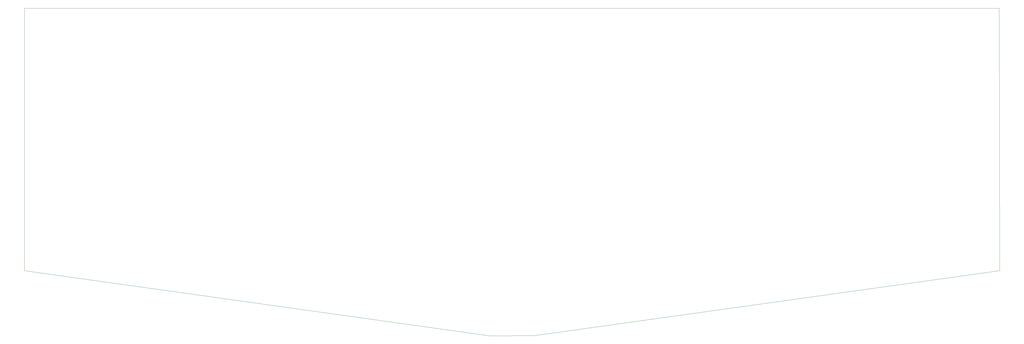
<source format=gbr>
G04 #@! TF.GenerationSoftware,KiCad,Pcbnew,(5.0.0-3-g5ebb6b6)*
G04 #@! TF.CreationDate,2019-09-26T15:54:15+09:00*
G04 #@! TF.ProjectId,dboard_alice15_ver.1,64626F6172645F616C69636531355F76,rev?*
G04 #@! TF.SameCoordinates,Original*
G04 #@! TF.FileFunction,Profile,NP*
%FSLAX46Y46*%
G04 Gerber Fmt 4.6, Leading zero omitted, Abs format (unit mm)*
G04 Created by KiCad (PCBNEW (5.0.0-3-g5ebb6b6)) date 2019 September 26, Thursday 15:54:15*
%MOMM*%
%LPD*%
G01*
G04 APERTURE LIST*
%ADD10C,0.050000*%
G04 APERTURE END LIST*
D10*
X-36470000Y131280000D02*
X315260000Y131270000D01*
X-36470000Y36570000D02*
X-36470000Y131280000D01*
X131530000Y13040000D02*
X-36470000Y36570000D01*
X147390000Y13080000D02*
X315350000Y36560000D01*
X315350000Y36560000D02*
X315260000Y131270000D01*
X131530000Y13040000D02*
X147390000Y13080000D01*
M02*

</source>
